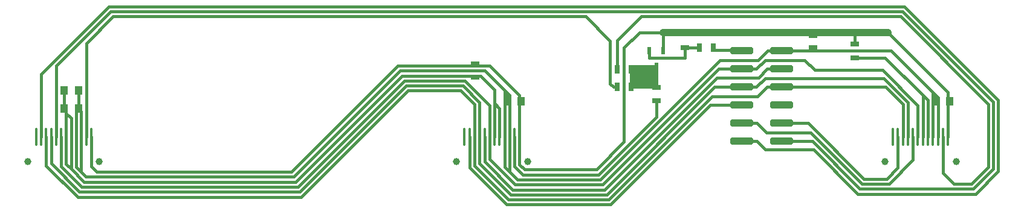
<source format=gbl>
G04 Layer_Physical_Order=2*
G04 Layer_Color=16711680*
%FSLAX44Y44*%
%MOMM*%
G71*
G01*
G75*
%ADD10C,1.0000*%
%ADD11R,1.0000X1.3000*%
%ADD12R,1.3000X0.7000*%
%ADD13R,1.3000X1.0000*%
%ADD14R,0.6000X1.0000*%
%ADD15R,0.7000X1.3000*%
G04:AMPARAMS|DCode=16|XSize=3.2mm|YSize=1mm|CornerRadius=0.25mm|HoleSize=0mm|Usage=FLASHONLY|Rotation=0.000|XOffset=0mm|YOffset=0mm|HoleType=Round|Shape=RoundedRectangle|*
%AMROUNDEDRECTD16*
21,1,3.2000,0.5000,0,0,0.0*
21,1,2.7000,1.0000,0,0,0.0*
1,1,0.5000,1.3500,-0.2500*
1,1,0.5000,-1.3500,-0.2500*
1,1,0.5000,-1.3500,0.2500*
1,1,0.5000,1.3500,0.2500*
%
%ADD16ROUNDEDRECTD16*%
G04:AMPARAMS|DCode=17|XSize=0.4mm|YSize=2.5mm|CornerRadius=0.1mm|HoleSize=0mm|Usage=FLASHONLY|Rotation=180.000|XOffset=0mm|YOffset=0mm|HoleType=Round|Shape=RoundedRectangle|*
%AMROUNDEDRECTD17*
21,1,0.4000,2.3000,0,0,180.0*
21,1,0.2000,2.5000,0,0,180.0*
1,1,0.2000,-0.1000,1.1500*
1,1,0.2000,0.1000,1.1500*
1,1,0.2000,0.1000,-1.1500*
1,1,0.2000,-0.1000,-1.1500*
%
%ADD17ROUNDEDRECTD17*%
%ADD18C,0.4000*%
%ADD19C,1.0000*%
G36*
X25000Y88000D02*
X25000Y76000D01*
X17500D01*
X17500Y95500D01*
X25000Y88000D01*
D02*
G37*
G36*
X625000Y85000D02*
Y76000D01*
X617500D01*
Y92500D01*
X625000Y85000D01*
D02*
G37*
G36*
X230000Y99500D02*
X194500D01*
Y129000D01*
X230000D01*
Y99500D01*
D02*
G37*
D10*
X50000Y-5000D02*
D03*
X-50000D02*
D03*
X650000D02*
D03*
X550000D02*
D03*
X-550000D02*
D03*
X-650000D02*
D03*
D11*
X-599000Y95000D02*
D03*
X-579000D02*
D03*
X-599000Y70000D02*
D03*
X-579000D02*
D03*
X41000Y80000D02*
D03*
X21000D02*
D03*
X641000D02*
D03*
X621000D02*
D03*
D12*
X508000Y160300D02*
D03*
Y141300D02*
D03*
X-24000Y132500D02*
D03*
Y113500D02*
D03*
X230000Y80500D02*
D03*
Y99500D02*
D03*
X270000Y174500D02*
D03*
Y155500D02*
D03*
D13*
X450000Y174000D02*
D03*
Y154000D02*
D03*
D14*
X220500Y151000D02*
D03*
X239500D02*
D03*
X230000Y129000D02*
D03*
D15*
X175500Y100000D02*
D03*
X194500D02*
D03*
X175500Y125000D02*
D03*
X194500D02*
D03*
X309500Y155000D02*
D03*
X290500D02*
D03*
D16*
X350000Y100000D02*
D03*
Y125400D02*
D03*
Y150800D02*
D03*
Y23800D02*
D03*
Y49200D02*
D03*
Y176200D02*
D03*
Y74600D02*
D03*
X406000Y100000D02*
D03*
Y125400D02*
D03*
Y150800D02*
D03*
Y23800D02*
D03*
Y49200D02*
D03*
Y176200D02*
D03*
Y74600D02*
D03*
D17*
X-38500Y30000D02*
D03*
X-31500D02*
D03*
X-24500D02*
D03*
X-17500D02*
D03*
X-10500D02*
D03*
X-3500D02*
D03*
X3500D02*
D03*
X10500D02*
D03*
X17500D02*
D03*
X24500D02*
D03*
X31500D02*
D03*
X38500D02*
D03*
X561500D02*
D03*
X568500D02*
D03*
X575500D02*
D03*
X582500D02*
D03*
X589500D02*
D03*
X596500D02*
D03*
X603500D02*
D03*
X610500D02*
D03*
X617500D02*
D03*
X624500D02*
D03*
X631500D02*
D03*
X638500D02*
D03*
X-638500D02*
D03*
X-631500D02*
D03*
X-624500D02*
D03*
X-617500D02*
D03*
X-610500D02*
D03*
X-603500D02*
D03*
X-596500D02*
D03*
X-589500D02*
D03*
X-582500D02*
D03*
X-575500D02*
D03*
X-568500D02*
D03*
X-561500D02*
D03*
D18*
X603500Y88500D02*
X610500Y81500D01*
X550700Y141300D02*
X603500Y88500D01*
Y30000D02*
Y88500D01*
X610500Y30000D02*
Y81500D01*
X508000Y141300D02*
X550700D01*
X617500Y30000D02*
Y92500D01*
X508000Y160300D02*
Y176200D01*
X-600000Y70000D02*
X-599000Y71000D01*
X-600000Y70000D02*
X-596500Y66500D01*
X-599000Y71000D02*
Y95000D01*
X-580000Y70000D02*
X-575500Y65500D01*
X-579000Y70000D02*
Y95000D01*
X638500Y30000D02*
Y92500D01*
X554800Y176200D02*
X638500Y92500D01*
X452000Y124000D02*
X546899D01*
X438000Y138000D02*
X452000Y124000D01*
X383000Y138000D02*
X438000D01*
X546899Y124000D02*
X596500Y74399D01*
X24500Y30000D02*
Y88500D01*
X-10000Y123000D02*
X24500Y88500D01*
X-128899Y123000D02*
X-10000D01*
X3500Y77299D02*
Y96500D01*
X-16000Y116000D02*
X3500Y96500D01*
X-126000Y116000D02*
X-16000D01*
X-3000Y130000D02*
X38500Y88500D01*
X-131799Y130000D02*
X-3000D01*
X-280799Y-19000D02*
X-131799Y130000D01*
X-554000Y-19000D02*
X-280799D01*
X-267302Y-55000D02*
X-117302Y95000D01*
X-580000Y-55000D02*
X-267302D01*
X-624500Y-10500D02*
X-580000Y-55000D01*
X-617500Y-7400D02*
X-577900Y-47000D01*
X-267201Y-45000D02*
X-120201Y102000D01*
X-267201Y-45000D02*
X-267201D01*
X-269201Y-47000D02*
X-267201Y-45000D01*
X-577900Y-47000D02*
X-269201D01*
X-272101Y-40000D02*
X-123101Y109000D01*
X-575000Y-40000D02*
X-272101D01*
X-603500Y-11500D02*
X-575000Y-40000D01*
X-275000Y-33000D02*
X-126000Y116000D01*
X-589500Y-15199D02*
X-571698Y-33000D01*
X-275000D01*
X-277899Y-26000D02*
X-128899Y123000D01*
X-568799Y-26000D02*
X-277899D01*
X-575500Y-19299D02*
X-568799Y-26000D01*
X-561500Y-11500D02*
X-554000Y-19000D01*
X-561500Y-11500D02*
Y30000D01*
X-531201Y199000D02*
X131000D01*
X-568500Y161701D02*
X-531201Y199000D01*
X-568500Y30000D02*
Y161701D01*
X-534100Y206000D02*
X574899D01*
X-610500Y129601D02*
X-534100Y206000D01*
X-610500Y30000D02*
Y129601D01*
X-537000Y213000D02*
X577799D01*
X-631500Y118500D02*
X-537000Y213000D01*
X165000Y105000D02*
Y165000D01*
X131000Y199000D02*
X165000Y165000D01*
Y105000D02*
X170000Y100000D01*
X175500D01*
X577799Y213000D02*
X709000Y81799D01*
Y-18000D02*
Y81799D01*
X574899Y206000D02*
X702000Y78899D01*
X677000Y-50000D02*
X709000Y-18000D01*
X702000Y-15101D02*
Y78899D01*
X674100Y-43000D02*
X702000Y-15101D01*
X647000Y-36000D02*
X671201D01*
X631500Y-20500D02*
X647000Y-36000D01*
X631500Y-20500D02*
Y30000D01*
X695000Y-12201D02*
Y76000D01*
X671201Y-36000D02*
X695000Y-12201D01*
X515201Y-43000D02*
X674100D01*
X512301Y-50000D02*
X677000D01*
X450302Y12000D02*
X512301Y-50000D01*
X448401Y23800D02*
X515201Y-43000D01*
X556000Y-36000D02*
X589500Y-2500D01*
X518101Y-36000D02*
X556000D01*
X446101Y36000D02*
X518101Y-36000D01*
X589500Y-2500D02*
Y30000D01*
X568500Y-13500D02*
Y30000D01*
X553000Y-29000D02*
X568500Y-13500D01*
X521000Y-29000D02*
X553000D01*
X442800Y49200D02*
X521000Y-29000D01*
X383000Y12000D02*
X450302D01*
X406000Y23800D02*
X448401D01*
X384000Y36000D02*
X446101D01*
X371200Y23800D02*
X383000Y12000D01*
X350000Y23800D02*
X371200D01*
X370800Y49200D02*
X384000Y36000D01*
X350000Y49200D02*
X370800D01*
X406000D02*
X442800D01*
X175500Y125000D02*
Y165500D01*
X209000Y199000D01*
X572000D01*
X695000Y76000D01*
X270000Y141000D02*
Y155500D01*
X220500Y141000D02*
X270000D01*
X220500D02*
Y151000D01*
X309500Y152000D02*
X350000D01*
X309500D02*
Y155000D01*
X350000Y150800D02*
Y152000D01*
X270000Y155500D02*
X290500D01*
Y155000D02*
Y155500D01*
X206200Y176200D02*
X239500D01*
X240000D01*
X239500Y151000D02*
Y176200D01*
X194500Y129000D02*
X230000D01*
X194500Y100000D02*
X230000D01*
X194500D02*
Y125000D01*
X230000Y100000D02*
Y129000D01*
Y99500D02*
Y100000D01*
X194500Y125000D02*
Y129000D01*
X-596500Y63000D02*
Y66500D01*
Y30000D02*
Y63000D01*
X-589500Y56000D01*
Y30000D02*
Y56000D01*
X-582500Y67500D02*
X-580000Y70000D01*
X-582500Y30000D02*
Y67500D01*
X-575500Y30000D02*
Y65500D01*
X17500Y30000D02*
Y95000D01*
X38500Y30000D02*
Y88500D01*
X617500Y92500D02*
X624500Y85500D01*
Y30000D02*
Y85500D01*
X559200Y150800D02*
X617500Y92500D01*
X406000Y150800D02*
X559200D01*
X185000Y22899D02*
Y155000D01*
X146101Y-16000D02*
X185000Y22899D01*
X46000Y-16000D02*
X146101D01*
X166397Y-65000D02*
X305997Y74600D01*
X20100Y-65000D02*
X166397D01*
X-31500Y-13399D02*
X20100Y-65000D01*
X23000Y-58000D02*
X163497D01*
X-24500Y-10500D02*
X23000Y-58000D01*
X163497D02*
X308497Y87000D01*
X26100Y-51000D02*
X160598D01*
X-17500Y-7400D02*
X26100Y-51000D01*
X160598D02*
X311598Y100000D01*
X-10500Y-4399D02*
X29100Y-44000D01*
X157698D02*
X314698Y113000D01*
X29100Y-44000D02*
X157698D01*
X32000Y-37000D02*
X154799D01*
X-3500Y-1500D02*
X32000Y-37000D01*
X154799D02*
X317199Y125400D01*
X35201Y-30000D02*
X151899D01*
X24500Y-19299D02*
X35201Y-30000D01*
X149000Y-23000D02*
X230000Y58000D01*
X43101Y-23000D02*
X149000D01*
X151899Y-30000D02*
X319400Y137500D01*
X31500Y-11400D02*
X43101Y-23000D01*
X38500Y-8500D02*
X46000Y-16000D01*
X305997Y74600D02*
X350000D01*
X308497Y87000D02*
X372000D01*
X311598Y100000D02*
X350000D01*
X319400Y137500D02*
X372500D01*
X317199Y125400D02*
X350000D01*
X314698Y113000D02*
X373000D01*
X230000Y58000D02*
Y80500D01*
X-31500Y-13399D02*
Y30000D01*
X551000Y100000D02*
X575500Y75500D01*
X406000Y100000D02*
X551000D01*
X548400Y112600D02*
X582500Y78500D01*
X383000Y112600D02*
X548400D01*
X596500Y30000D02*
Y74399D01*
X350000Y100000D02*
X370400D01*
X383000Y112600D01*
X385000Y100000D02*
X406000D01*
X372000Y87000D02*
X385000Y100000D01*
X385400Y125400D02*
X406000D01*
X373000Y113000D02*
X385400Y125400D01*
X370400D02*
X383000Y138000D01*
X350000Y125400D02*
X370400D01*
X385800Y150800D02*
X406000D01*
X372500Y137500D02*
X385800Y150800D01*
X-10500Y-4399D02*
Y30000D01*
X-3500Y-1500D02*
Y30000D01*
X3500Y30000D02*
Y77299D01*
X10500Y30000D02*
Y70299D01*
X3500Y77299D02*
X10500Y70299D01*
X-631500Y30000D02*
Y118500D01*
X31500Y-11400D02*
Y30000D01*
X38500Y-8500D02*
Y30000D01*
X185000Y155000D02*
X206200Y176200D01*
X24500Y-19299D02*
Y30000D01*
X17500Y-12299D02*
X24500Y-19299D01*
X17500Y-12299D02*
Y30000D01*
X-17500Y-7400D02*
Y30000D01*
X-24500Y-10500D02*
Y30000D01*
X575500D02*
Y75500D01*
X582500Y30000D02*
Y78500D01*
X596500Y30000D02*
X596500Y30000D01*
X603500Y30000D02*
X603500Y30000D01*
X3500Y30000D02*
X3500Y30000D01*
X-3500Y30000D02*
X-3500Y30000D01*
X-3500Y30000D02*
Y74399D01*
X-38101Y109000D02*
X-3500Y74399D01*
X-123101Y109000D02*
X-38101D01*
X-17500Y30000D02*
Y78500D01*
X-41000Y102000D02*
X-17500Y78500D01*
X-24500Y30000D02*
Y75500D01*
X-44000Y95000D02*
X-24500Y75500D01*
X-117302Y95000D02*
X-44000D01*
X-120201Y102000D02*
X-41000D01*
X-624500Y-10500D02*
Y30000D01*
X-617500Y-7400D02*
Y30000D01*
X-589500Y-15199D02*
Y30000D01*
X-582500Y-12299D02*
Y30000D01*
Y-12299D02*
X-575500Y-19299D01*
X-603500Y-11500D02*
Y30000D01*
X-596500Y-8199D02*
X-589500Y-15199D01*
X-596500Y-8199D02*
Y30000D01*
X-575500Y-19299D02*
Y30000D01*
D19*
X508000Y176200D02*
X554800D01*
X406000D02*
X508000D01*
X239500D02*
X350000D01*
X406000D01*
M02*

</source>
